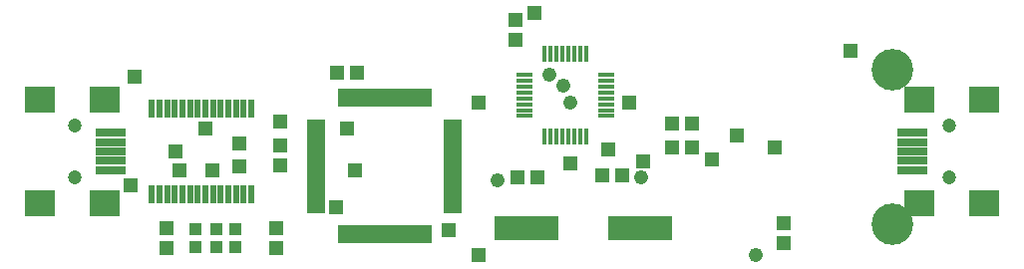
<source format=gts>
G75*
G70*
%OFA0B0*%
%FSLAX24Y24*%
%IPPOS*%
%LPD*%
%AMOC8*
5,1,8,0,0,1.08239X$1,22.5*
%
%ADD10R,0.0513X0.0474*%
%ADD11R,0.0395X0.0395*%
%ADD12R,0.0217X0.0630*%
%ADD13R,0.0474X0.0513*%
%ADD14R,0.0198X0.0631*%
%ADD15R,0.0631X0.0198*%
%ADD16R,0.1025X0.0867*%
%ADD17R,0.0989X0.0277*%
%ADD18C,0.0474*%
%ADD19R,0.2180X0.0840*%
%ADD20R,0.0180X0.0530*%
%ADD21R,0.0530X0.0180*%
%ADD22C,0.1390*%
%ADD23R,0.0476X0.0476*%
%ADD24C,0.0476*%
D10*
X005470Y000876D03*
X005470Y001545D03*
X009128Y001545D03*
X009128Y000876D03*
X017194Y003221D03*
X017864Y003221D03*
X020029Y003300D03*
X020698Y003300D03*
X011837Y006729D03*
X011168Y006729D03*
D11*
X007753Y001506D03*
X007128Y001506D03*
X007128Y000915D03*
X007753Y000915D03*
X006424Y000915D03*
X006424Y001506D03*
D12*
X006500Y002665D03*
X006756Y002665D03*
X007011Y002665D03*
X007267Y002665D03*
X007523Y002665D03*
X007779Y002665D03*
X008035Y002665D03*
X008291Y002665D03*
X006244Y002665D03*
X005988Y002665D03*
X005732Y002665D03*
X005476Y002665D03*
X005220Y002665D03*
X004964Y002665D03*
X004964Y005544D03*
X005220Y005544D03*
X005476Y005544D03*
X005732Y005544D03*
X005988Y005544D03*
X006244Y005544D03*
X006500Y005544D03*
X006756Y005544D03*
X007011Y005544D03*
X007267Y005544D03*
X007523Y005544D03*
X007779Y005544D03*
X008035Y005544D03*
X008291Y005544D03*
D13*
X009253Y004314D03*
X009253Y003644D03*
X017135Y007847D03*
X017135Y008517D03*
X022344Y005035D03*
X023013Y005035D03*
X023013Y004238D03*
X022344Y004238D03*
X026087Y001706D03*
X026087Y001037D03*
D14*
X014229Y001321D03*
X014032Y001321D03*
X013835Y001321D03*
X013638Y001321D03*
X013442Y001321D03*
X013245Y001321D03*
X013048Y001321D03*
X012851Y001321D03*
X012654Y001321D03*
X012457Y001321D03*
X012260Y001321D03*
X012064Y001321D03*
X011867Y001321D03*
X011670Y001321D03*
X011473Y001321D03*
X011276Y001321D03*
X011276Y005888D03*
X011473Y005888D03*
X011670Y005888D03*
X011867Y005888D03*
X012064Y005888D03*
X012260Y005888D03*
X012457Y005888D03*
X012654Y005888D03*
X012851Y005888D03*
X013048Y005888D03*
X013245Y005888D03*
X013442Y005888D03*
X013638Y005888D03*
X013835Y005888D03*
X014032Y005888D03*
X014229Y005888D03*
D15*
X015036Y005081D03*
X015036Y004884D03*
X015036Y004687D03*
X015036Y004490D03*
X015036Y004293D03*
X015036Y004096D03*
X015036Y003899D03*
X015036Y003703D03*
X015036Y003506D03*
X015036Y003309D03*
X015036Y003112D03*
X015036Y002915D03*
X015036Y002718D03*
X015036Y002521D03*
X015036Y002325D03*
X015036Y002128D03*
X010469Y002128D03*
X010469Y002325D03*
X010469Y002521D03*
X010469Y002718D03*
X010469Y002915D03*
X010469Y003112D03*
X010469Y003309D03*
X010469Y003506D03*
X010469Y003703D03*
X010469Y003899D03*
X010469Y004096D03*
X010469Y004293D03*
X010469Y004490D03*
X010469Y004687D03*
X010469Y004884D03*
X010469Y005081D03*
D16*
X001215Y002372D03*
X003381Y002372D03*
X003381Y005836D03*
X001215Y005836D03*
X030623Y005836D03*
X032788Y005836D03*
X032788Y002372D03*
X030623Y002372D03*
D17*
X030401Y003474D03*
X030401Y003789D03*
X030401Y004104D03*
X030401Y004419D03*
X030401Y004734D03*
X003603Y004734D03*
X003603Y004419D03*
X003603Y004104D03*
X003603Y003789D03*
X003603Y003474D03*
D18*
X002396Y003238D03*
X002396Y004970D03*
X031607Y004970D03*
X031607Y003238D03*
D19*
X021278Y001539D03*
X017478Y001539D03*
D20*
X018100Y004599D03*
X018297Y004599D03*
X018494Y004599D03*
X018691Y004599D03*
X018887Y004599D03*
X019084Y004599D03*
X019281Y004599D03*
X019478Y004599D03*
X019478Y007355D03*
X019281Y007355D03*
X019084Y007355D03*
X018887Y007355D03*
X018691Y007355D03*
X018494Y007355D03*
X018297Y007355D03*
X018100Y007355D03*
D21*
X017411Y006666D03*
X017411Y006469D03*
X017411Y006272D03*
X017411Y006076D03*
X017411Y005879D03*
X017411Y005682D03*
X017411Y005485D03*
X017411Y005288D03*
X020167Y005288D03*
X020167Y005485D03*
X020167Y005682D03*
X020167Y005879D03*
X020167Y006076D03*
X020167Y006272D03*
X020167Y006469D03*
X020167Y006666D03*
D22*
X029734Y006830D03*
X029734Y001660D03*
D23*
X025797Y004245D03*
X024537Y004639D03*
X023671Y003851D03*
X021387Y003772D03*
X020206Y004166D03*
X018946Y003694D03*
X020915Y005741D03*
X017765Y008733D03*
X015876Y005741D03*
X011753Y003479D03*
X011128Y002229D03*
X007878Y003604D03*
X007878Y004354D03*
X006753Y004854D03*
X005753Y004104D03*
X005878Y003479D03*
X007003Y003479D03*
X009253Y005104D03*
X011503Y004854D03*
X014878Y001479D03*
X015876Y000623D03*
X004253Y002979D03*
X004380Y006607D03*
X028317Y007473D03*
D24*
X021309Y003221D03*
X018946Y005741D03*
X018710Y006292D03*
X018238Y006686D03*
X016506Y003143D03*
X025167Y000623D03*
M02*

</source>
